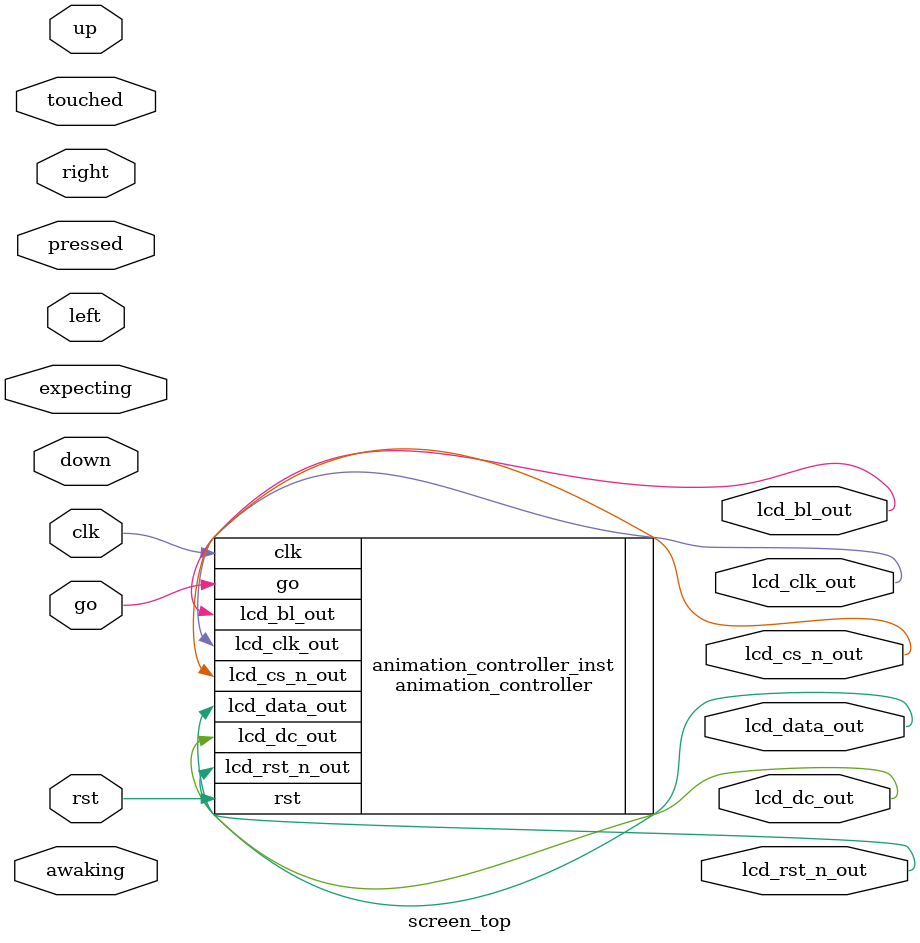
<source format=v>
module screen_top (
    input wire clk,
    input wire rst,
    input wire go,
    input wire awaking,
    input wire touched,
    input wire expecting,
    input wire pressed,
    input wire up,
    input wire down,
    input wire left,
    input wire right,

    // for lcd screen
    output wire lcd_rst_n_out,
    output wire lcd_bl_out,
    output wire lcd_dc_out,
    output wire lcd_clk_out,
    output wire lcd_data_out,
    output wire lcd_cs_n_out
);

    animation_controller animation_controller_inst (
        .clk(clk),
        .rst(rst),
        .go(go),
        .lcd_rst_n_out(lcd_rst_n_out),
        .lcd_bl_out(lcd_bl_out),
        .lcd_dc_out(lcd_dc_out),
        .lcd_clk_out(lcd_clk_out),
        .lcd_data_out(lcd_data_out),
        .lcd_cs_n_out(lcd_cs_n_out)
    );

   
    
endmodule
</source>
